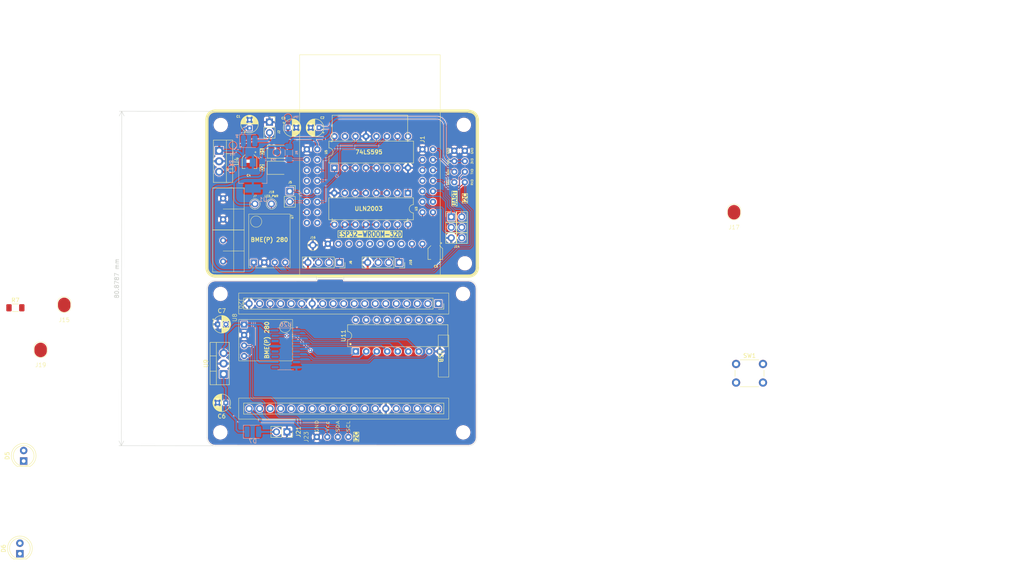
<source format=kicad_pcb>
(kicad_pcb (version 20240108) (generator "pcbnew") (generator_version "8.0")
  (layers (0 "F.Cu" signal) (31 "B.Cu" signal) (34 "B.Paste" user) (35 "F.Paste" user) (36 "B.SilkS" user "B.Silkscreen") (37 "F.SilkS" user "F.Silkscreen") (38 "B.Mask" user) (39 "F.Mask" user) (44 "Edge.Cuts" user))
  (net 0 "")
  (net 1 "GND")
  (net 2 "+3V3")
  (net 3 "+5V")
  (net 4 "/RXD")
  (net 5 "/TXD")
  (net 6 "/SDA")
  (net 7 "/OUT2")
  (net 8 "/SCL")
  (net 9 "/OUT1")
  (net 10 "/EN")
  (net 11 "/SOURCE2")
  (net 12 "/SOURCE1")
  (net 13 "/SOURCE3")
  (net 14 "/VDC")
  (net 15 "/DAC1")
  (net 16 "/DAC2")
  (net 17 "/GPIO13")
  (net 18 "/GPIO19")
  (net 19 "/GPIO17")
  (net 20 "/GPIO5")
  (net 21 "/GPIO18")
  (net 22 "/GPIO36")
  (net 23 "/ADC2_CH3")
  (net 24 "/SD_DATA1")
  (net 25 "/SD_DATA2")
  (net 26 "/SD_CLK")
  (net 27 "/SD_CMD")
  (net 28 "/SD_DATA3")
  (net 29 "/ADC2_CH0")
  (net 30 "/GPIO23")
  (net 31 "/SD_DATA0")
  (net 32 "/ADC2_CH2")
  (net 33 "/BOOT")
  (net 34 "/GPIO39")
  (net 35 "/SOURCE4")
  (net 36 "/SOURCE5")
  (net 37 "/SIPO_DATA")
  (net 38 "/SIPO_CLK")
  (net 40 "/SIPO_LATCH")
  (net 41 "/GPIO14")
  (net 43 "/I3")
  (net 44 "/I6")
  (net 45 "/I7")
  (net 46 "/I5")
  (net 47 "/OUT3")
  (net 48 "/VIN")
  (net 49 "/I1")
  (net 52 "Net-(D5-Pad1)")
  (net 53 "Net-(J15-Pin_1)")
  (net 54 "Net-(J19-Pin_1)")
  (net 55 "/GPIO_33")
  (net 67 "/RX")
  (net 72 "/TX")
  (net 87 "/SCL-2")
  (net 88 "/SDA-2")
  (net 89 "/SIPO_CLK-2")
  (net 91 "/SIPO_DATA-2")
  (net 92 "/SIPO_LATCH-2")
  (net 101 "/QB-2")
  (net 102 "/QC-2")
  (net 103 "/QE-2")
  (net 104 "/QA-2")
  (net 105 "/QD-2")
  (net 106 "/QG-2")
  (net 107 "/QH-2")
  (net 108 "/QF-2")
  (footprint "Capacitor_THT:CP_Radial_D4.0mm_P2.00mm" (layer "F.Cu") (at 107 44.2 180)
    (property "Reference" "C2")
    (property "Value" "1uF")
  )
  (footprint "LED_SMD:LED_1210_3225Metric_Pad1.42x2.65mm_HandSolder" (layer "F.Cu") (at 96.9525 53.9)
    (property "Reference" "D2")
    (property "Value" "STATUS")
  )
  (footprint "Capacitor_SMD:CP_Elec_3x5.3" (layer "F.Cu") (at 90.2 52.3 -90)
    (property "Reference" "C4")
    (property "Value" "0.1uF")
  )
  (footprint "Resistor_SMD:R_1206_3216Metric_Pad1.30x1.75mm_HandSolder" (layer "F.Cu") (at 33.612 87.7585)
    (property "Reference" "R7")
    (property "Value" "4K7")
  )
  (footprint "LED_THT:LED_D5.0mm" (layer "F.Cu") (at 34.7 147.25 90)
    (property "Reference" "D6")
    (property "Value" "LED_STATUS")
  )
  (footprint "Button_Switch_THT:SW_PUSH_6mm" (layer "F.Cu") (at 207.8 101.35)
    (property "Reference" "SW1")
    (property "Value" "SW_Push")
  )
  (footprint "Alexander Footprint Library:Pad_1x01_P2.54_SMD" (layer "F.Cu") (at 39.712 102.098)
    (property "Reference" "J19")
    (property "Value" "LED_PWR")
  )
  (footprint "Alexander Footprints Library:ESP32-WROOM-Adapter-Socket-2" (layer "F.Cu") (at 119.3 57.04)
    (property "Reference" "J1")
    (property "Value" "~")
  )
  (footprint "Alexander Footprint Library:Pad_1x01_P2.54_SMD" (layer "F.Cu") (at 45.412 91.198)
    (property "Reference" "J15")
    (property "Value" "LED_PWR")
  )
  (footprint "MountingHole:MountingHole_3mm" (layer "F.Cu") (at 142 43.5)
    (property "Reference" "H1" (hide yes))
    (property "Value" "MountingHole_Pad")
  )
  (footprint "Connector_PinSocket_2.54mm:PinSocket_1x02_P2.54mm_Vertical" (layer "F.Cu") (at 99.25 117.775 -90)
    (property "Reference" "J21")
    (property "Value" "PWR")
  )
  (footprint "MountingHole:MountingHole_3mm" (layer "F.Cu") (at 83.25 43.53)
    (property "Reference" "H2" (hide yes))
    (property "Value" "MountingHole_Pad")
  )
  (footprint "Package_DIP:DIP-16_W7.62mm" (layer "F.Cu") (at 128.475 60 -90)
    (property "Reference" "U3")
    (property "Value" "ULN2003")
  )
  (footprint "Alexander Footprints Library:Conn_Terminal_5mm" (layer "F.Cu") (at 83.82 53.69)
    (property "Reference" "J9" (hide yes))
    (property "Value" "Conn_01x02_Socket")
  )
  (footprint "Alexander Footprint Library:Pad_1x01_P2.54_SMD" (layer "F.Cu") (at 207.3 68.7895)
    (property "Reference" "J17")
    (property "Value" "GND")
  )
  (footprint "MountingHole:MountingHole_3mm" (layer "F.Cu") (at 141.85 117.9)
    (property "Reference" "H4" (hide yes))
    (property "Value" "MountingHole_Pad")
  )
  (footprint "Capacitor_THT:CP_Radial_D4.0mm_P2.00mm" (layer "F.Cu") (at 82.5 91.75)
    (property "Reference" "C7")
    (property "Value" "1uF")
  )
  (footprint "Package_DIP:DIP-16_W7.62mm" (layer "F.Cu") (at 110.725 53.9 90)
    (property "Reference" "U5")
    (property "Value" "74LS595")
  )
  (footprint "Alexander Footprint Library:PinSocket_1x01_P2.54" (layer "F.Cu") (at 91.5 65.19)
    (property "Reference" "J7")
    (property "Value" "LED_PWR")
  )
  (footprint "Connector_PinSocket_2.54mm:PinSocket_1x02_P2.54mm_Vertical" (layer "F.Cu") (at 95.025 42.85)
    (property "Reference" "J2")
    (property "Value" "PWR")
  )
  (footprint "Connector_PinSocket_2.54mm:PinSocket_1x04_P2.54mm_Vertical" (layer "F.Cu") (at 111.94 76.8 -90)
    (property "Reference" "J6")
    (property "Value" "SOURCE")
  )
  (footprint "MountingHole:MountingHole_3mm" (layer "F.Cu") (at 83.15 117.9)
    (property "Reference" "H4" (hide yes))
    (property "Value" "MountingHole_Pad")
  )
  (footprint "Connector_PinSocket_2.54mm:PinSocket_1x04_P2.54mm_Vertical" (layer "F.Cu") (at 126.38 76.8 -90)
    (property "Reference" "J10")
    (property "Value" "ADC")
  )
  (footprint "PCM_Package_DIP_AKL:DIP-18_W7.62mm" (layer "F.Cu") (at 115.87 98.32 90)
    (property "Reference" "U11")
    (property "Value" "ULN2801A" (hide yes))
  )
  (footprint "Capacitor_SMD:CP_Elec_3x5.3" (layer "F.Cu") (at 135.1 74.3 -90)
    (property "Reference" "C5")
    (property "Value" "0.1uF")
  )
  (footprint "MountingHole:MountingHole_3mm" (layer "F.Cu") (at 141.8 84.4)
    (property "Reference" "H4" (hide yes))
    (property "Value" "MountingHole_Pad")
  )
  (footprint "Capacitor_THT:CP_Radial_D4.0mm_P2.00mm" (layer "F.Cu") (at 99.5 44.2)
    (property "Reference" "C3")
    (property "Value" "1uF")
  )
  (footprint "Alexander Footprint Library:LD1117" (layer "F.Cu") (at 83.945 103.79 90)
    (property "Reference" "U9")
    (property "Value" "L7805")
  )
  (footprint "Alexander Footprint Library:PinSocket_1x01_P2.54" (layer "F.Cu") (at 95.5 65.19)
    (property "Reference" "J18")
    (property "Value" "LED_PWR")
  )
  (footprint "Alexander Footprint Library:Conn_I2C" (layer "F.Cu") (at 98.84 119 90)
    (property "Reference" "J23")
    (property "Value" "I2C")
  )
  (footprint "Capacitor_THT:CP_Radial_D4.0mm_P2.00mm" (layer "F.Cu") (at 84.4726 110.75 180)
    (property "Reference" "C6")
    (property "Value" "1uF")
  )
  (footprint "Alexander Footprint Library:Conn_ESP32_WROOM-DevKit-38pins" (layer "F.Cu") (at 87.57 86.75 -90)
    (property "Reference" "J20")
    (property "Value" "~")
  )
  (footprint "MountingHole:MountingHole_3mm" (layer "F.Cu") (at 83.2 84.4)
    (property "Reference" "H4" (hide yes))
    (property "Value" "MountingHole_Pad")
  )
  (footprint "Connector_PinSocket_2.54mm:PinSocket_1x02_P2.54mm_Vertical" (layer "F.Cu") (at 99.925 59.55)
    (property "Reference" "J5")
    (property "Value" "DAC")
  )
  (footprint "Alexander Footprint Library:CONN_2x3" (layer "F.Cu") (at 138.96 60.68)
    (property "Reference" "J14")
    (property "Value" "GPIO")
  )
  (footprint "Alexander Footprints Library:Conn_UART" (layer "F.Cu") (at 139.7 42.15)
    (property "Reference" "J3" (hide yes))
    (property "Value" "UART")
  )
  (footprint "Alexander Footprint Library:PinSocket_1x01_P2.54" (layer "F.Cu") (at 105.5 75.19)
    (property "Reference" "J16")
    (property "Value" "GND")
  )
  (footprint "Capacitor_THT:CP_Radial_D4.0mm_P2.00mm" (layer "F.Cu") (at 90.2 44.3 90)
    (property "Reference" "C1")
    (property "Value" "1uF")
  )
  (footprint "Alexander Footprint Library:BME280_BMP280_I2C" (layer "F.Cu") (at 90 78.1 90)
    (property "Reference" "U7")
    (property "Value" "BME(P)280")
  )
  (footprint "Alexander Footprint Library:LD1117" (layer "F.Cu") (at 82.855 49.77 -90)
    (property "Reference" "U4")
    (property "Value" "L7805")
  )
  (footprint "Alexander Footprints Library:Conn_I2C" (layer "F.Cu") (at 142.24 42.15)
    (property "Reference" "J4" (hide yes))
    (property "Value" "I2C")
  )
  (footprint "LED_THT:LED_D5.0mm" (layer "F.Cu") (at 35.612 124.8335 90)
    (property "Reference" "D5")
    (property "Value" "LED_PWR")
  )
  (footprint "Alexander Footprint Library:BME280_BMP280_I2C" (layer "F.Cu") (at 87.6 90.59)
    (property "Reference" "U8")
    (property "Value" "BME(P)280")
  )
  (footprint "LED_SMD:LED_1210_3225Metric_Pad1.42x2.65mm_HandSolder" (layer "F.Cu") (at 97 50)
    (property "Reference" "D1")
    (property "Value" "PWR")
  )
  (footprint "MountingHole:MountingHole_3mm" (layer "F.Cu") (at 142.25 77)
    (property "Reference" "H4" (hide yes))
    (property "Value" "MountingHole_Pad")
  )
  (footprint "Alexander Footprints Library:Conn_Terminal_5mm" (layer "F.Cu") (at 83.82 63.85)
    (property "Reference" "J8" (hide yes))
    (property "Value" "Conn_01x02_Socket")
  )
  (footprint "TestPoint:TestPoint_Pad_D1.5mm" (layer "B.Cu") (at 99.5 41.75 180)
    (property "Reference" "TP4")
    (property "Value" "5V")
  )
  (footprint "TestPoint:TestPoint_Pad_D1.5mm" (layer "B.Cu") (at 96.8 50.15 180)
    (property "Reference" "TP3")
    (property "Value" "3V3")
  )
  (footprint "Package_SO:SO-16_3.9x9.9mm_P1.27mm" (layer "B.Cu") (at 98.95 97.7 180)
    (property "Reference" "U26")
    (property "Value" "74LS595")
  )
  (footprint "Diode_SMD:D_1210_3225Metric" (layer "B.Cu") (at 91 117.75)
    (property "Reference" "D7")
    (property "Value" "D")
  )
  (footprint "Resistor_SMD:R_1206_3216Metric_Pad1.30x1.75mm_HandSolder" (layer "B.Cu") (at 99.7 50.25 -90)
    (property "Reference" "R1")
    (property "Value" "10K")
  )
  (footprint "Diode_SMD:D_1210_3225Metric" (layer "B.Cu") (at 90.1 47.4)
    (property "Reference" "D4")
    (property "Value" "D")
  )
  (footprint "TestPoint:TestPoint_Pad_D1.5mm" (layer "B.Cu") (at 86.2 48.45 180)
    (property "Reference" "TP1")
    (property "Value" "VIN")
  )
  (footprint "TestPoint:TestPoint_Pad_D1.5mm" (layer "B.Cu") (at 85.9 54.15 180)
    (property "Reference" "TP2")
    (property "Value" "GND")
  )
  (footprint "Package_TO_SOT_SMD:SOT-223-3_TabPin2" (layer "B.Cu") (at 91 55.75 -90)
    (property "Reference" "U1")
    (property "Value" "MAX1726EUK33")
  )
  (gr_line (start 145.25 42.11421) (end 145.25 78.085782) (stroke (width 0.75)) (layer "F.SilkS"))
  (gr_line (start 81.914218 40.164218) (end 143.08579 40.164218) (stroke (width 0.75)) (layer "F.SilkS"))
  (gr_arc (start 145.25 78.085782) (mid 144.66422 79.500007) (end 143.25 80.085782) (stroke (width 0.75)) (layer "F.SilkS"))
  (gr_line (start 79.914218 42.11421) (end 79.914218 78.085782) (stroke (width 0.75)) (layer "F.SilkS"))
  (gr_arc (start 81.914218 80.085782) (mid 80.499999 79.500001) (end 79.914218 78.085782) (stroke (width 0.75)) (layer "F.SilkS"))
  (gr_arc (start 143.25 40.25) (mid 144.664214 40.835786) (end 145.25 42.25) (stroke (width 0.75)) (layer "F.SilkS"))
  (gr_arc (start 79.914218 42.164218) (mid 80.499999 40.749999) (end 81.914218 40.164218) (stroke (width 0.75)) (layer "F.SilkS"))
  (gr_line (start 81.914214 80.085782) (end 143.085786 80.085782) (stroke (width 0.75)) (layer "F.SilkS"))
  (gr_line (start 82.014214 80.235786) (end 106.4 80.25) (stroke (width 0.1)) (layer "Edge.Cuts"))
  (gr_line (start 80 42.25) (end 80.014214 78.235786) (stroke (width 0.1)) (layer "Edge.Cuts"))
  (gr_arc (start 79.921321 83.157107) (mid 80.507106 81.742896) (end 81.921321 81.157107) (stroke (width 0.1)) (layer "Edge.Cuts"))
  (gr_line (start 81.921321 121.128679) (end 143.107107 121.142893) (stroke (width 0.1)) (layer "Edge.Cuts"))
  (gr_arc (start 81.921321 121.128679) (mid 80.507101 120.542899) (end 79.921321 119.128679) (stroke (width 0.1)) (layer "Edge.Cuts"))
  (gr_line (start 143.092893 81.157107) (end 113 81.15) (stroke (width 0.1)) (layer "Edge.Cuts"))
  (gr_arc (start 145.107107 119.142893) (mid 144.521321 120.557107) (end 143.107107 121.142893) (stroke (width 0.1)) (layer "Edge.Cuts"))
  (gr_line (start 106.4 81.15) (end 81.921321 81.157107) (stroke (width 0.1)) (layer "Edge.Cuts"))
  (gr_arc (start 143.185786 40.264214) (mid 144.600004 40.849996) (end 145.185786 42.264214) (stroke (width 0.1)) (layer "Edge.Cuts"))
  (gr_line (start 113 80.25) (end 143.185786 80.235786) (stroke (width 0.1)) (layer "Edge.Cuts"))
  (gr_arc (start 82.014214 80.235786) (mid 80.599996 79.650004) (end 80.014214 78.235786) (stroke (width 0.1)) (layer "Edge.Cuts"))
  (gr_line (start 145.185786 42.264214) (end 145.185786 78.235786) (stroke (width 0.1)) (layer "Edge.Cuts"))
  (gr_arc (start 80 42.25) (mid 80.585786 40.835786) (end 82 40.25) (stroke (width 0.1)) (layer "Edge.Cuts"))
  (gr_line (start 145.107107 119.142893) (end 145.092893 83.157107) (stroke (width 0.1)) (layer "Edge.Cuts"))
  (gr_line (start 79.921321 119.128679) (end 79.921321 83.157107) (stroke (width 0.1)) (layer "Edge.Cuts"))
  (gr_line (start 106.4 81.15) (end 106.4 80.25) (stroke (width 0.1)) (layer "Edge.Cuts"))
  (gr_arc (start 145.185786 78.235786) (mid 144.600004 79.650004) (end 143.185786 80.235786) (stroke (width 0.1)) (layer "Edge.Cuts"))
  (gr_arc (start 143.092893 81.157107) (mid 144.507112 81.742888) (end 145.092893 83.157107) (stroke (width 0.1)) (layer "Edge.Cuts"))
  (gr_line (start 113 81.15) (end 113 80.25) (stroke (width 0.1)) (layer "Edge.Cuts"))
  (gr_line (start 143.185786 40.264214) (end 82 40.25) (stroke (width 0.1)) (layer "Edge.Cuts"))
  (gr_text "74LS595" (at 119.057143 50.1 0) (layer "F.SilkS") (effects (font (size 1 1) (thickness 0.2) (bold yes))))
  (gr_text "ULN2003" (at 115.5 64.374 0) (layer "F.SilkS") (effects (font (size 1 1) (thickness 0.2) (bold yes)) (justify left bottom)))
  (dimension (type aligned) (layer "Edge.Cuts") (pts (xy 81.921321 121.128679) (xy 82 40.25)) (height -22.6907) (gr_text "80.8787 mm" (at 58.119973 80.666146 89.94426182) (layer "Edge.Cuts") (effects (font (size 1 1) (thickness 0.15)))) (format (prefix "") (suffix "") (units 3) (units_format 1) (precision 4)) (style (thickness 0.1) (arrow_length 1.27) (text_position_mode 0) (extension_height 0.58642) (extension_offset 0.5) keep_text_aligned))
  (segment (start 84.21 66) (end 83.82 66.39) (width 0.5) (layer "F.Cu") (net 1))
  (segment (start 101.5 48.103553) (end 101.5 49.573223) (width 0.25) (layer "F.Cu") (net 2))
  (segment (start 105.575735 47.25) (end 102.353553 47.25) (width 0.25) (layer "F.Cu") (net 2))
  (segment (start 106.6 48.274264) (end 106.6 49.42) (width 0.25) (layer "F.Cu") (net 2))
  (segment (start 138.021593 51.871593) (end 137.93 51.78) (width 0.5) (layer "F.Cu") (net 2))
  (segment (start 108.946446 44.2) (end 107 44.2) (width 0.5) (layer "F.Cu") (net 2))
  (segment (start 109.8 43.346446) (end 109.8 43.15) (width 0.5) (layer "F.Cu") (net 2))
  (segment (start 137.4 50.500466) (end 137.4 43.627817) (width 0.5) (layer "F.Cu") (net 2))
  (segment (start 101.073223 50) (end 98.4875 50) (width 0.25) (layer "F.Cu") (net 2))
  (segment (start 139.08 52.31) (end 139.7 52.31) (width 0.5) (layer "F.Cu") (net 2))
  (segment (start 110.188908 42.211091) (end 110.225 42.175) (width 0.5) (layer "F.Cu") (net 2))
  (segment (start 135.522182 41.75) (end 111.25104 41.75) (width 0.5) (layer "F.Cu") (net 2))
  (arc (start 106.3 47.55) (mid 105.967704 47.327967) (end 105.575735 47.25) (width 0.25) (layer "F.Cu") (net 2))
  (arc (start 101.5 49.573223) (mid 101.467513 49.736543) (end 101.375 49.875) (width 0.25) (layer "F.Cu") (net 2))
  (arc (start 111.25104 41.75) (mid 110.695751 41.860453) (end 110.225 42.175) (width 0.5) (layer "F.Cu") (net 2))
  (arc (start 110.188908 42.211091) (mid 109.901073 42.641866) (end 109.8 43.15) (width 0.5) (layer "F.Cu") (net 2))
  (arc (start 138.021593 51.871593) (mid 138.507194 52.196061) (end 139.08 52.31) (width 0.5) (layer "F.Cu") (net 2))
  (arc (start 102.353553 47.25) (mid 102.026912 47.314972) (end 101.75 47.5) (width 0.25) (layer "F.Cu") (net 2))
  (arc (start 109.8 43.346446) (mid 109.735027 43.673087) (end 109.55 43.95) (width 0.5) (layer "F.Cu") (net 2))
  (arc (start 106.3 47.55) (mid 106.522032 47.882295) (end 106.6 48.274264) (width 0.25) (layer "F.Cu") (net 2))
  (arc (start 109.55 43.95) (mid 109.273087 44.135027) (end 108.946446 44.2) (width 0.5) (layer "F.Cu") (net 2))
  (arc (start 136.85 42.3) (mid 137.257059 42.909207) (end 137.4 43.627817) (width 0.5) (layer "F.Cu") (net 2))
  (arc (start 101.75 47.5) (mid 101.564972 47.776912) (end 101.5 48.103553) (width 0.25) (layer "F.Cu") (net 2))
  (arc (start 101.375 49.875) (mid 101.236543 49.967513) (end 101.073223 50) (width 0.25) (layer "F.Cu") (net 2))
  (arc (start 137.4 50.500466) (mid 137.537742 51.192944) (end 137.93 51.78) (width 0.5) (layer "F.Cu") (net 2))
  (arc (start 136.85 42.3) (mid 136.240792 41.89294) (end 135.522182 41.75) (width 0.5) (layer "F.Cu") (net 2))
  (segment (start 96.075 48.7) (end 97.525 48.7) (width 0.5) (layer "B.Cu") (net 2))
  (segment (start 109.408578 44.2) (end 107 44.2) (width 0.5) (layer "B.Cu") (net 2))
  (segment (start 93.21 115.25) (end 101 115.25) (width 0.5) (layer "B.Cu") (net 2))
  (segment (start 81.3 75.997918) (end 81.3 59.75104) (width 0.5) (layer "B.Cu") (net 2))
  (segment (start 93.3 54.905025) (end 93.3 52.6) (width 0.5) (layer "B.Cu") (net 2))
  (segment (start 100 48.7) (end 100 48.03033) (width 0.5) (layer "B.Cu") (net 2))
  (segment (start 139.13 52.31) (end 139.7 52.31) (width 0.5) (layer "B.Cu") (net 2))
  (segment (start 138.156949 51.906949) (end 138.03 51.78) (width 0.5) (layer "B.Cu") (net 2))
  (segment (start 109 117.5) (end 109 119) (width 0.5) (layer "B.Cu") (net 2))
  (segment (start 106.6 48.627817) (end 106.6 49.299791) (width 0.5) (layer "B.Cu") (net 2))
  (segment (start 84.202081 78.9) (end 89.990883 78.9) (width 0.5) (layer "B.Cu") (net 2))
  (segment (start 109.75 43.858578) (end 109.75 44.141421) (width 0.5) (layer "B.Cu") (net 2))
  (segment (start 104.722182 46.75) (end 106.277817 46.75) (width 0.5) (layer "B.Cu") (net 2))
  (segment (start 139.7 52.31) (end 142.24 52.31) (width 0.5) (layer "B.Cu") (net 2))
  (segment (start 137.5 50.500466) (end 137.5 43.883883) (width 0.5) (layer "B.Cu") (net 2))
  (segment (start 88.207106 62.75) (end 91.5 62.75) (width 0.5) (layer "B.Cu") (net 2))
  (segment (start 86.5 61.042893) (end 86.5 57.5) (width 0.5) (layer "B.Cu") (net 2))
  (segment (start 101 115.25) (end 102.5 116.75) (width 0.5) (layer "B.Cu") (net 2))
  (segment (start 91.22 77.670883) (end 91.22 76.8) (width 0.5) (layer "B.Cu") (net 2))
  (segment (start 89.455634 56.1) (end 92.105025 56.1) (width 0.5) (layer "B.Cu") (net 2))
  (segment (start 96.075 48.7) (end 95.177817 48.7) (width 0.5) (layer "B.Cu") (net 2))
  (segment (start 90.11 112.15) (end 93.21 115.25) (width 0.5) (layer "B.Cu") (net 2))
  (segment (start 108.25 116.75) (end 109 117.5) (width 0.5) (layer "B.Cu") (net 2))
  (segment (start 104.722182 46.75) (end 101.28033 46.75) (width 0.5) (layer "B.Cu") (net 2))
  (segment (start 109.149999 46.149999) (end 109.201992 46.098007) (width 0.5) (layer "B.Cu") (net 2))
  (segment (start 96.8 49.425) (end 96.8 50.15) (width 0.25) (layer "B.Cu") (net 2))
  (segment (start 109.75 43.625) (end 109.75 43.858578) (width 0.5) (layer "B.Cu") (net 2))
  (segment (start 106.277817 46.75) (end 107.701471 46.75) (width 0.5) (layer "B.Cu") (net 2))
  (segment (start 110.015165 42.984834) (end 110.5 42.5) (width 0.5) (layer "B.Cu") (net 2))
  (segment (start 93.3 52.6) (end 93.3 50.577817) (width 0.5) (layer "B.Cu") (net 2))
  (segment (start 82.75104 58.3) (end 84.144365 58.3) (width 0.5) (layer "B.Cu") (net 2))
  (segment (start 106.685 49.335) (end 106.77 49.25) (width 0.5) (layer "B.Cu") (net 2))
  (segment (start 109.75 44.775) (end 109.75 44.141421) (width 0.5) (layer "B.Cu") (net 2))
  (segment (start 102.5 116.75) (end 108.25 116.75) (width 0.5) (layer "B.Cu") (net 2))
  (segment (start 112.31066 41.75) (end 135.366116 41.75) (width 0.5) (layer "B.Cu") (net 2))
  (segment (start 100 48.7) (end 97.525 48.7) (width 0.5) (layer "B.Cu") (net 2))
  (arc (start 136.875 42.375) (mid 137.337567 43.067281) (end 137.5 43.883883) (width 0.5) (layer "B.Cu") (net 2))
  (arc (start 137.5 50.500466) (mid 137.637742 51.192944) (end 138.03 51.78) (width 0.5) (layer "B.Cu") (net 2))
  (arc (start 93.3 54.905025) (mid 93.209037 55.362322) (end 92.95 55.75) (width 0.5) (layer "B.Cu") (net 2))
  (arc (start 86.8 57.2) (mid 85.581584 58.014119) (end 84.144365 58.3) (width 0.5) (layer "B.Cu") (net 2))
  (arc (start 106.6 49.299791) (mid 106.630737 49.345793) (end 106.685 49.335) (width 0.5) (layer "B.Cu") (net 2))
  (arc (start 89.455634 56.1) (mid 88.018415 56.38588) (end 86.8 57.2) (width 0.5) (layer "B.Cu") (net 2))
  (arc (start 86.5 61.042893) (mid 86.629945 61.696174) (end 87 62.25) (width 0.5) (layer "B.Cu") (net 2))
  (arc (start 82.75104 58.3) (mid 82.195751 58.410453) (end 81.725 58.725) (width 0.5) (layer "B.Cu") (net 2))
  (arc (start 92.95 55.75) (mid 92.562322 56.009037) (end 92.105025 56.1) (width 0.5) (layer "B.Cu") (net 2))
  (arc (start 95.177817 48.7) (mid 94.459207 48.84294) (end 93.85 49.25) (width 0.5) (layer "B.Cu") (net 2))
  (arc (start 96.8 49.425) (mid 96.587652 48.912347) (end 96.075 48.7) (width 0.25) (layer "B.Cu") (net 2))
  (arc (start 82.15 78.05) (mid 83.091502 78.679092) (end 84.202081 78.9) (width 0.5) (layer "B.Cu") (net 2))
  (arc (start 110.015165 42.984834) (mid 109.818914 43.278544) (end 109.75 43.625) (width 0.5) (layer "B.Cu") (net 2))
  (arc (start 109.75 44.141421) (mid 109.713838 44.087301) (end 109.65 44.1) (width 0.5) (layer "B.Cu") (net 2))
  (arc (start 136.875 42.375) (mid 136.182718 41.912432) (end 135.366116 41.75) (width 0.5) (layer "B.Cu") (net 2))
  (arc (start 93.85 49.25) (mid 93.44294 49.859207) (end 93.3 50.577817) (width 0.5) (layer "B.Cu") (net 2))
  (arc (start 90.86 78.54) (mid 90.461245 78.806439) (end 89.990883 78.9) (width 0.5) (layer "B.Cu") (net 2))
  (arc (start 109.65 44.1) (mid 109.539234 44.17401) (end 109.408578 44.2) (width 0.5) (layer "B.Cu") (net 2))
  (arc (start 87 62.25) (mid 87.553825 62.620054) (end 88.207106 62.75) (width 0.5) (layer "B.Cu") (net 2))
  (arc (start 81.725 58.725) (mid 81.410453 59.195751) (end 81.3 59.75104) (width 0.5) (layer "B.Cu") (net 2))
  (arc (start 106.05 47.3) (mid 105.440792 46.89294) (end 104.722182 46.75) (width 0.5) (layer "B.Cu") (net 2))
  (arc (start 138.156949 51.906949) (mid 138.603388 52.20525) (end 139.13 52.31) (width 0.5) (layer "B.Cu") (net 2))
  (arc (start 101.28033 46.75) (mid 100.790368 46.847459) (end 100.375 47.125) (width 0.5) (layer "B.Cu") (net 2))
  (arc (start 106.05 47.3) (mid 106.457059 47.909207) (end 106.6 48.627817) (width 0.5) (layer "B.Cu") (net 2))
  (arc (start 106.277817 46.75) (mid 105.980159 46.948888) (end 106.05 47.3) (width 0.5) (layer "B.Cu") (net 2))
  (arc (start 91.22 77.670883) (mid 91.126439 78.141245) (end 90.86 78.54) (width 0.5) (layer "B.Cu") (net 2))
  (arc (start 109.75 44.775) (mid 109.607577 45.491006) (end 109.201992 46.098007) (width 0.5) (layer "B.Cu") (net 2))
  (arc (start 109.65 44.1) (mid 109.72401 43.989234) (end 109.75 43.858578) (width 0.5) (layer "B.Cu") (net 2))
  (arc (start 112.31066 41.75) (mid 111.330737 41.944918) (end 110.5 42.5) (width 0.5) (layer "B.Cu") (net 2))
  (arc (start 100.375 47.125) (mid 100.097459 47.540368) (end 100 48.03033) (width 0.5) (layer "B.Cu") (net 2))
  (arc (start 109.149999 46.149999) (mid 108.485409 46.594064) (end 107.701471 46.75) (width 0.5) (layer "B.Cu") (net 2))
  (arc (start 81.3 75.997918) (mid 81.520907 77.108496) (end 82.15 78.05) (width 0.5) (layer "B.Cu") (net 2))
  (segment (start 99.5 45.693413) (end 99.5 44.2) (width 0.5) (layer "F.Cu") (net 3))
  (segment (start 110.512652 48.95) (end 109.487347 48.95) (width 0.5) (layer "F.Cu") (net 3))
  (segment (start 87.75 115.25) (end 135.25 115.25) (width 0.5) (layer "F.Cu") (net 3))
  (segment (start 98.6375 46.9625) (end 99.2125 46.3875) (width 0.5) (layer "F.Cu") (net 3))
  (segment (start 83.945 98.71) (end 86.21 98.71) (width 0.5) (layer "F.Cu") (net 3))
  (segment (start 86.75 99.25) (end 86.75 100) (width 0.5) (layer "F.Cu") (net 3))
  (segment (start 110.725 47.712347) (end 110.725 46.28) (width 0.5) (layer "F.Cu") (net 3))
  (segment (start 125.341906 48.95) (end 110.512652 48.95) (width 0.5) (layer "F.Cu") (net 3))
  (segment (start 108.3 49.803553) (end 108.3 65.537329) (width 0.5) (layer "F.Cu") (net 3))
  (segment (start 84.648959 54.85) (end 82.855 54.85) (width 0.5) (layer "F.Cu") (net 3))
  (segment (start 108.3 49.803553) (end 108.3 49.096446) (width 0.5) (layer "F.Cu") (net 3))
  (segment (start 91.306675 47.25) (end 97.943413 47.25) (width 0.5) (layer "F.Cu") (net 3))
  (segment (start 135.81 114.69) (end 135.81 112.15) (width 0.5) (layer "F.Cu") (net 3))
  (segment (start 86.1 52.15) (end 86.1 53.398959) (width 0.5) (layer "F.Cu") (net 3))
  (segment (start 86.75 114.25) (end 87.75 115.25) (width 0.5) (layer "F.Cu") (net 3))
  (segment (start 86.75 100) (end 86.75 114.25) (width 0.5) (layer "F.Cu") (net 3))
  (segment (start 107.608621 46.675) (end 99.331586 46.675) (width 0.5) (layer "F.Cu") (net 3))
  (segment (start 86.21 98.71) (end 86.75 99.25) (width 0.5) (layer "F.Cu") (net 3))
  (segment (start 108.3 49.096446) (end 108.3 47.366378) (width 0.5) (layer "F.Cu") (net 3))
  (segment (start 109.104574 67.204574) (end 108.91 67.01) (width 0.5) (layer "F.Cu") (net 3))
  (segment (start 135.25 115.25) (end 135.81 114.69) (width 0.5) (layer "F.Cu") (net 3))
  (segment (start 110.1075 67.62) (end 110.695 67.62) (width 0.5) (layer "F.Cu") (net 3))
  (segment (start 87.408147 48.991852) (end 87.625 48.775) (width 0.5) (layer "F.Cu") (net 3))
  (segment (start 125.965 48.326906) (end 125.965 46.28) (width 0.5) (layer "F.Cu") (net 3))
  (segment (start 109.487347 48.95) (end 109.153553 48.95) (width 0.5) (layer "F.Cu") (net 3))
  (arc (start 108.0975 46.8775) (mid 108.247371 47.101799) (end 108.3 47.366378) (width 0.5) (layer "F.Cu") (net 3))
  (arc (start 108.3 65.537329) (mid 108.458533 66.334332) (end 108.91 67.01) (width 0.5) (layer "F.Cu") (net 3))
  (arc (start 109.487347 48.95) (mid 109.960976 48.855789) (end 110.3625 48.5875) (width 0.5) (layer "F.Cu") (net 3))
  (arc (start 99.2125 46.3875) (mid 99.175992 46.571035) (end 99.331586 46.675) (width 0.5) (layer "F.Cu") (net 3))
  (arc (start 108.0975 46.8775) (mid 107.8732 46.727628) (end 107.608621 46.675) (width 0.5) (layer "F.Cu") (net 3))
  (arc (start 86.1 53.398959) (mid 85.989546 53.954248) (end 85.675 54.425) (width 0.5) (layer "F.Cu") (net 3))
  (arc (start 109.104574 67.204574) (mid 109.56472 67.512034) (end 110.1075 67.62) (width 0.5) (layer "F.Cu") (net 3))
  (arc (start 108.55 49.2) (mid 108.364972 49.476912) (end 108.3 49.803553) (width 0.5) (layer "F.Cu") (net 3))
  (arc (start 87.408147 48.991852) (mid 86.439976 50.440822) (end 86.1 52.15) (width 0.5) (layer "F.Cu") (net 3))
  (arc (start 85.675 54.425) (mid 85.204248 54.739546) (end 84.648959 54.85) (width 0.5) (layer "F.Cu") (net 3))
  (arc (start 110.3625 48.5875) (mid 110.316468 48.818914) (end 110.512652 48.95) (width 0.5) (layer "F.Cu") (net 3))
  (arc (start 98.6375 46.9625) (mid 98.31905 47.175281) (end 97.943413 47.25) (width 0.5) (layer "F.Cu") (net 3))
  (arc (start 110.725 47.712347) (mid 110.630789 48.185976) (end 110.3625 48.5875) (width 0.5) (layer "F.Cu") (net 3))
  (arc (start 108.3 49.096446) (mid 108.390403 49.231745) (end 108.55 49.2) (width 0.5) (layer "F.Cu") (net 3))
  (arc (start 91.306675 47.25) (mid 89.314166 47.646334) (end 87.625 48.775) (width 0.5) (layer "F.Cu") (net 3))
  (arc (start 109.153553 48.95) (mid 108.826912 49.014972) (end 108.55 49.2) (width 0.5) (layer "F.Cu") (net 3))
  (arc (start 99.331586 46.675) (mid 98.955949 46.749718) (end 98.6375 46.9625) (width 0.5) (layer "F.Cu") (net 3))
  (arc (start 125.7825 48.7675) (mid 125.580353 48.902569) (end 125.341906 48.95) (width 0.5) (layer "F.Cu") (net 3))
  (arc (start 99.5 45.693413) (mid 99.425281 46.06905) (end 99.2125 46.3875) (width 0.5) (layer "F.Cu") (net 3))
  (arc (start 125.965 48.326906) (mid 125.917569 48.565353) (end 125.7825 48.7675) (width 0.5) (layer "F.Cu") (net 3))
  (segment (start 83.945 97.305) (end 84.5 96.75) (width 0.5) (layer "B.Cu") (net 3))
  (segment (start 84.5 94.05) (end 84.5 91.75) (width 0.5) (layer "B.Cu") (net 3))
  (segment (start 88.9 91.81) (end 86.74 91.81) (width 0.5) (layer "B.Cu") (net 3))
  (segment (start 83.945 98.71) (end 83.945 97.305) (width 0.5) (layer "B.Cu") (net 3))
  (segment (start 96.375 100.875) (end 92.575 100.875) (width 0.5) (layer "B.Cu") (net 3))
  (segment (start 92.96 91.81) (end 91.25 91.81) (width 0.5) (layer "B.Cu") (net 3))
  (segment (start 86.74 91.81) (end 84.5 94.05) (width 0.5) (layer "B.Cu") (net 3))
  (segment (start 92 92.56) (end 91.25 91.81) (width 0.5) (layer "B.Cu") (net 3))
  (segment (start 94.405 93.255) (end 92.96 91.81) (width 0.5) (layer "B.Cu") (net 3))
  (segment (start 91.25 91.81) (end 88.9 91.81) (width 0.5) (layer "B.Cu") (net 3))
  (segment (start 92 100.3) (end 92 92.56) (width 0.5) (layer "B.Cu") (net 3))
  (segment (start 84.5 96.75) (end 84.5 94.05) (width 0.5) (layer "B.Cu") (net 3))
  (segment (start 92.575 100.875) (end 92 100.3) (width 0.5) (layer "B.Cu") (net 3))
  (segment (start 99.5 42.25) (end 99.5 44.2) (width 0.25) (layer "B.Cu") (net 3))
  (segment (start 96.375 93.255) (end 94.405 93.255) (width 0.5) (layer "B.Cu") (net 3))
  (segment (start 139.7 57.35) (end 139.7 57.39) (width 0.25) (layer "F.Cu") (net 4))
  (segment (start 133.25 53.25) (end 135.6 53.25) (width 0.25) (layer "F.Cu") (net 4))
  (segment (start 135.6 53.25) (end 139.7 57.35) (width 0.25) (layer "F.Cu") (net 4))
  (segment (start 132 54.5) (end 133.25 53.25) (width 0.25) (layer "F.Cu") (net 4))
  (segment (start 140.3 57.45) (end 139.3 57.45) (width 0.25) (layer "F.Cu") (net 4))
  (segment (start 136.61 51.96) (end 134.54 51.96) (width 0.25) (layer "F.Cu") (net 5))
  (segment (start 134.74 51.79) (end 134.62 51.91) (width 0.25) (layer "F.Cu") (net 5))
  (segment (start 139.5 54.85) (end 136.61 51.96) (width 0.25) (layer "F.Cu") (net 5))
  (segment (start 139.7 54.85) (end 139.5 54.85) (width 0.25) (layer "F.Cu") (net 5))
  (segment (start 138.59 58.55) (end 140.4 58.55) (width 0.25) (layer "F.Cu") (net 6))
  (segment (start 136.213604 54.5) (end 138 56.286396) (width 0.25) (layer "F.Cu") (net 6))
  (segment (start 138 57.96) (end 138.59 58.55) (width 0.25) (layer "F.Cu") (net 6))
  (segment (start 140.9 56.19) (end 142.24 54.85) (width 0.25) (layer "F.Cu") (net 6))
  (segment (start 140.9 58.05) (end 140.9 56.19) (width 0.25) (layer "F.Cu") (net 6))
  (segment (start 134.54 54.5) (end 136.213604 54.5) (width 0.25) (layer "F.Cu") (net 6))
  (segment (start 138 56.286396) (end 138 57.96) (width 0.25) (layer "F.Cu") (net 6))
  (segment (start 142.24 54.85) (end 142.24 55.51) (width 0.25) (layer "F.Cu") (net 6))
  (segment (start 140.4 58.55) (end 140.9 58.05) (width 0.25) (layer "F.Cu") (net 6))
  (segment (start 99.75 78.65) (end 134.55 78.65) (width 0.25) (layer "B.Cu") (net 6))
  (segment (start 141 61.9) (end 141 56.09) (width 0.25) (layer "B.Cu") (net 6))
  (segment (start 134.55 78.65) (end 140.418198 72.781802) (width 0.25) (layer "B.Cu") (net 6))
  (segment (start 143.55 64.45) (end 141 61.9) (width 0.25) (layer "B.Cu") (net 6))
  (segment (start 98.84 76.8) (end 98.84 77.74) (width 0.25) (layer "B.Cu") (net 6))
  (segment (start 143.281802 72.781802) (end 143.55 72.513604) (width 0.25) (layer "B.Cu") (net 6))
  (segment (start 143.55 72.513604) (end 143.55 64.45) (width 0.25) (layer "B.Cu") (net 6))
  (segment (start 140.418198 72.781802) (end 143.281802 72.781802) (width 0.25) (layer "B.Cu") (net 6))
  (segment (start 141 56.09) (end 142.24 54.85) (width 0.25) (layer "B.Cu") (net 6))
  (segment (start 98.84 77.74) (end 99.75 78.65) (width 0.25) (layer "B.Cu") (net 6))
  (segment (start 137.55 58.146396) (end 138.403604 59) (width 0.25) (layer "F.Cu") (net 8))
  (segment (start 131.5 55.75) (end 136.75 55.75) (width 0.25) (layer "F.Cu") (net 8))
  (segment (start 140.63 59) (end 142.24 57.39) (width 0.25) (layer "F.Cu") (net 8))
  (segment (start 136.75 55.75) (end 137.55 56.55) (width 0.25) (layer "F.Cu") (net 8))
  (segment (start 137.55 56.55) (end 137.55 58.146396) (width 0.25) (layer "F.Cu") (net 8))
  (segment (start 130.745 54.995) (end 131.5 55.75) (width 0.25) (layer "F.Cu") (net 8))
  (segment (start 130.745 53.245) (end 130.745 54.995) (width 0.25) (layer "F.Cu") (net 8))
  (segment (start 132.08 51.91) (end 130.745 53.245) (width 0.25) (layer "F.Cu") (net 8))
  (segment (start 138.403604 59) (end 140.63 59) (width 0.25) (layer "F.Cu") (net 8))
  (segment (start 134.8 79.1) (end 140.6 73.3) (width 0.25) (layer "B.Cu") (net 8))
  (segment (start 96.3 76.8) (end 96.3 77.7) (width 0.25) (layer "B.Cu") (net 8))
  (segment (start 144 72.7) (end 144 64.263604) (width 0.25) (layer "B.Cu") (net 8))
  (segment (start 96.3 77.7) (end 97.7 79.1) (width 0.25) (layer "B.Cu") (net 8))
  (segment (start 142.24 62.503604) (end 142.24 57.39) (width 0.25) (layer "B.Cu") (net 8))
  (segment (start 144 64.263604) (end 142.24 62.503604) (width 0.25) (layer "B.Cu") (net 8))
  (segment (start 143.4 73.3) (end 144 72.7) (width 0.25) (layer "B.Cu") (net 8))
  (segment (start 140.6 73.3) (end 143.4 73.3) (width 0.25) (layer "B.Cu") (net 8))
  (segment (start 97.7 79.1) (end 134.8 79.1) (width 0.25) (layer "B.Cu") (net 8))
  (segment (start 93.21 51.96) (end 92.05 50.8) (width 0.25) (layer "F.Cu") (net 10))
  (segment (start 104.06 51.96) (end 93.21 51.96) (width 0.25) (layer "F.Cu") (net 10))
  (segment (start 92.05 50.8) (end 90.2 50.8) (width 0.25) (layer "F.Cu") (net 10))
  (segment (start 103.72 52.3) (end 104.06 51.96) (width 0.25) (layer "F.Cu") (net 10))
  (segment (start 100 51.8) (end 103.9 51.8) (width 0.25) (layer "B.Cu") (net 10))
  (segment (start 103.9 51.8) (end 104.06 51.96) (width 0.25) (layer "B.Cu") (net 10))
  (segment (start 113.235 67.62) (end 115.775 67.62) (width 0.5) (layer "F.Cu") (net 11))
  (segment (start 99 73.1) (end 102.7 69.4) (width 0.5) (layer "F.Cu") (net 11))
  (segment (start 86.37 71.47) (end 88 73.1) (width 0.5) (layer "F.Cu") (net 11))
  (segment (start 102.7 69.4) (end 111.455 69.4) (width 0.5) (layer "F.Cu") (net 11))
  (segment (start 88 73.1) (end 99 73.1) (width 0.5) (layer "F.Cu") (net 11))
  (segment (start 83.82 71.47) (end 86.37 71.47) (width 0.5) (layer "F.Cu") (net 11))
  (segment (start 111.455 69.4) (end 113.235 67.62) (width 0.5) (layer "F.Cu") (net 11))
  (segment (start 86.275 76.55) (end 88.075 74.75) (width 0.5) (layer "F.Cu") (net 12))
  (segment (start 104.4 70.1) (end 115.835 70.1) (width 0.5) (layer "F.Cu") (net 12))
  (segment (start 99.75 74.75) (end 104.4 70.1) (width 0.5) (layer "F.Cu") (net 12))
  (segment (start 118.315 67.62) (end 120.855 67.62) (width 0.5) (layer "F.Cu") (net 12))
  (segment (start 83.82 76.55) (end 86.275 76.55) (width 0.5) (layer "F.Cu") (net 12))
  (segment (start 115.835 70.1) (end 118.315 67.62) (width 0.5) (layer "F.Cu") (net 12))
  (segment (start 88.075 74.75) (end 99.75 74.75) (width 0.5) (layer "F.Cu") (net 12))
  (segment (start 128.475 67.62) (end 128.475 68.825) (width 0.25) (layer "F.Cu") (net 13))
  (segment (start 125.7 72.8) (end 124.55 73.95) (width 0.25) (layer "F.Cu") (net 13))
  (segment (start 111.94 75.26) (end 111.94 76.8) (width 0.25) (layer "F.Cu") (net 13))
  (segment (start 124.55 73.95) (end 118.622792 73.95) (width 0.25) (layer "F.Cu") (net 13))
  (segment (start 128.475 68.825) (end 125.7 71.6) (width 0.25) (layer "F.Cu") (net 13))
  (segment (start 125.7 71.6) (end 125.7 72.8) (width 0.25) (layer "F.Cu") (net 13))
  (segment (start 117.872792 74.7) (end 112.5 74.7) (width 0.25) (layer "F.Cu") (net 13))
  (segment (start 112.5 74.7) (end 111.94 75.26) (width 0.25) (layer "F.Cu") (net 13))
  (segment (start 118.622792 73.95) (end 117.872792 74.7) (width 0.25) (layer "F.Cu") (net 13))
  (segment (start 96.71 117.775) (end 92.425 117.775) (width 0.5) (layer "B.Cu") (net 14))
  (segment (start 92.425 117.775) (end 92.4 117.75) (width 0.5) (layer "B.Cu") (net 14))
  (segment (start 95.025 46.674479) (end 95.025 45.39) (width 0.5) (layer "B.Cu") (net 14))
  (segment (start 94.299479 47.4) (end 91.5 47.4) (width 0.5) (layer "B.Cu") (net 14))
  (arc (start 95.025 46.674479) (mid 94.969773 46.952124) (end 94.8125 47.1875) (width 0.5) (layer "B.Cu") (net 14))
  (arc (start 94.8125 47.1875) (mid 94.577124 47.344773) (end 94.299479 47.4) (width 0.5) (layer "B.Cu") (net 14))
  (segment (start 105.38 60.8) (end 103.1 60.8) (width 0.25) (layer "B.Cu") (net 15))
  (segment (start 106.6 59.58) (end 105.38 60.8) (width 0.25) (layer "B.Cu") (net 15))
  (segment (start 103.1 60.8) (end 101.85 59.55) (width 0.25) (layer "B.Cu") (net 15))
  (segment (start 101.85 59.55) (end 99.925 59.55) (width 0.25) (layer "B.Cu") (net 15))
  (segment (start 104.06 62.12) (end 99.955 62.12) (width 0.25) (layer "B.Cu") (net 16))
  (segment (start 104.03 62.09) (end 104.06 62.12) (width 0.25) (layer "B.Cu") (net 16))
  (segment (start 99.955 62.12) (end 99.925 62.09) (width 0.25) (layer "B.Cu") (net 16))
  (segment (start 138.5 63.1) (end 138.5 61.727208) (width 0.25) (layer "B.Cu") (net 18))
  (segment (start 137.5 60.727208) (end 137.5 57.8) (width 0.25) (layer "B.Cu") (net 18))
  (segment (start 138.5 61.727208) (end 137.5 60.727208) (width 0.25) (layer "B.Cu") (net 18))
  (segment (start 140.2 67) (end 140.2 64.8) (width 0.25) (layer "B.Cu") (net 18))
  (segment (start 141.5 68.3) (end 140.2 67) (width 0.25) (layer "B.Cu") (net 18))
  (segment (start 136.69 56.99) (end 134.62 56.99) (width 0.25) (layer "B.Cu") (net 18))
  (segment (start 140.2 64.8) (end 138.5 63.1) (width 0.25) (layer "B.Cu") (net 18))
  (segment (start 137.5 57.8) (end 136.69 56.99) (width 0.25) (layer "B.Cu") (net 18))
  (segment (start 141.5 70.84) (end 140.16 69.5) (width 0.25) (layer "B.Cu") (net 19))
  (segment (start 137.7 69.5) (end 137.1 68.9) (width 0.25) (layer "B.Cu") (net 19))
  (segment (start 140.16 69.5) (end 137.7 69.5) (width 0.25) (layer "B.Cu") (net 19))
  (segment (start 137.1 68.9) (end 137.1 63.84) (width 0.25) (layer "B.Cu") (net 19))
  (segment (start 133.41 63.4) (end 132.08 62.07) (width 0.25) (layer "B.Cu") (net 19))
  (segment (start 137.1 63.84) (end 136.66 63.4) (width 0.25) (layer "B.Cu") (net 19))
  (segment (start 136.66 63.4) (end 133.41 63.4) (width 0.25) (layer "B.Cu") (net 19))
  (segment (start 138.05 61.913604) (end 137.05 60.913604) (width 0.25) (layer "B.Cu") (net 20))
  (segment (start 137.05 60.913604) (end 137.05 59.95) (width 0.25) (layer "B.Cu") (net 20))
  (segment (start 136.63 59.53) (end 134.62 59.53) (width 0.25) (layer "B.Cu") (net 20))
  (segment (start 138.96 65.76) (end 138.96 64.196396) (width 0.25) (layer "B.Cu") (net 20))
  (segment (start 138.96 64.196396) (end 138.05 63.286396) (width 0.25) (layer "B.Cu") (net 20))
  (segment (start 138.05 63.286396) (end 138.05 61.913604) (width 0.25) (layer "B.Cu") (net 20))
  (segment (start 137.05 59.95) (end 136.63 59.53) (width 0.25) (layer "B.Cu") (net 20))
  (segment (start 138.96 68.3) (end 137.6 66.94) (width 0.25) (layer "B.Cu") (net 21))
  (segment (start 136.3 60.8) (end 133.35 60.8) (width 0.25) (layer "B.Cu") (net 21))
  (segment (start 137.6 66.94) (end 137.6 62.1) (width 0.25) (layer "B.Cu") (net 21))
  (segment (start 137.6 62.1) (end 136.3 60.8) (width 0.25) (layer "B.Cu") (net 21))
  (segment (start 133.35 60.8) (end 132.08 59.53) (width 0.25) (layer "B.Cu") (net 21))
  (segment (start 128.85 74.05) (end 129.46 73.44) (width 0.25) (layer "F.Cu") (net 23))
  (segment (start 125.722792 74.05) (end 128.85 74.05) (width 0.25) (layer "F.Cu") (net 23))
  (segment (start 129.46 73.44) (end 129.46 72.28) (width 0.25) (layer "F.Cu") (net 23))
  (segment (start 123.84 76.8) (end 123.84 75.56) (width 0.25) (layer "F.Cu") (net 23))
  (segment (start 123.84 75.56) (end 124.55 74.85) (width 0.25) (layer "F.Cu") (net 23))
  (segment (start 124.922792 74.85) (end 125.722792 74.05) (width 0.25) (layer "F.Cu") (net 23))
  (segment (start 124.55 74.85) (end 124.922792 74.85) (width 0.25) (layer "F.Cu") (net 23))
  (segment (start 121.3 75.2) (end 122.1 74.4) (width 0.25) (layer "F.Cu") (net 29))
  (segment (start 124.736396 74.4) (end 125.536396 73.6) (width 0.25) (layer "F.Cu") (net 29))
  (segment (start 125.536396 73.6) (end 127.5 73.6) (width 0.25) (layer "F.Cu") (net 29))
  (segment (start 132 67.2) (end 132 64.66) (width 0.25) (layer "F.Cu") (net 29))
  (segment (start 127.5 73.6) (end 128.2 72.9) (width 0.25) (layer "F.Cu") (net 29))
  (segment (start 128.2 71) (end 132 67.2) (width 0.25) (layer "F.Cu") (net 29))
  (segment (start 122.1 74.4) (end 124.736396 74.4) (width 0.25) (layer "F.Cu") (net 29))
  (segment (start 128.2 72.9) (end 128.2 71) (width 0.25) (layer "F.Cu") (net 29))
  (segment (start 121.3 76.8) (end 121.3 75.2) (width 0.25) (layer "F.Cu") (net 29))
  (segment (start 138.95 61.540812) (end 137.95 60.540812) (width 0.25) (layer "B.Cu") (net 30))
  (segment (start 136.4 51.7) (end 136.4 49.9) (width 0.25) (layer "B.Cu") (net 30))
  (segment (start 135.92 49.42) (end 134.54 49.42) (width 0.25) (layer "B.Cu") (net 30))
  (segment (start 138.95 62.913604) (end 138.95 61.540812) (width 0.25) (layer "B.Cu") (net 30))
  (segment (start 135.1 49.85) (end 134.62 49.37) (width 0.25) (layer "B.Cu") (net 30))
  (segment (start 137.95 60.540812) (end 137.95 53.25) (width 0.25) (layer "B.Cu") (net 30))
  (segment (start 141.1 63.9) (end 139.936396 63.9) (width 0.25) (layer "B.Cu") (net 30))
  (segment (start 141.5 64.3) (end 141.1 63.9) (width 0.25) (layer "B.Cu") (net 30))
  (segment (start 141.5 65.76) (end 141.5 64.3) (width 0.25) (layer "B.Cu") (net 30))
  (segment (start 137.95 53.25) (end 136.4 51.7) (width 0.25) (layer "B.Cu") (net 30))
  (segment (start 139.936396 63.9) (end 138.95 62.913604) (width 0.25) (layer "B.Cu") (net 30))
  (segment (start 136.4 49.9) (end 135.92 49.42) (width 0.25) (layer "B.Cu") (net 30))
  (segment (start 126.38 75.12) (end 127 74.5) (width 0.25) (layer "F.Cu") (net 32))
  (segment (start 132 73.9) (end 132 72.28) (width 0.25) (layer "F.Cu") (net 32))
  (segment (start 127 74.5) (end 131.4 74.5) (width 0.25) (layer "F.Cu") (net 32))
  (segment (start 131.4 74.5) (end 132 73.9) (width 0.25) (layer "F.Cu") (net 32))
  (segment (start 126.38 76.8) (end 126.38 75.12) (width 0.25) (layer "F.Cu") (net 32))
  (segment (start 134.77 64.89) (end 134.54 64.66) (width 0.25) (layer "F.Cu") (net 33))
  (segment (start 134.54 65.84) (end 135.1 66.4) (width 0.25) (layer "F.Cu") (net 33))
  (segment (start 135.1 66.4) (end 135.1 72.8) (width 0.25) (layer "F.Cu") (net 33))
  (segment (start 134.5 64.7) (end 134.54 64.66) (width 0.25) (layer "F.Cu") (net 33))
  (segment (start 134.54 64.66) (end 134.54 65.84) (width 0.25) (layer "F.Cu") (net 33))
  (segment (start 125.935 67.62) (end 125.935 68.865) (width 0.25) (layer "F.Cu") (net 35))
  (segment (start 117.686396 74.25) (end 110.25 74.25) (width 0.25) (layer "F.Cu") (net 35))
  (segment (start 118.436396 73.5) (end 117.686396 74.25) (width 0.25) (layer "F.Cu") (net 35))
  (segment (start 109.4 75.1) (end 109.4 76.8) (width 0.25) (layer "F.Cu") (net 35))
  (segment (start 125.935 68.865) (end 123.2 71.6) (width 0.25) (layer "F.Cu") (net 35))
  (segment (start 123.2 72.7) (end 122.4 73.5) (width 0.25) (layer "F.Cu") (net 35))
  (segment (start 123.2 71.6) (end 123.2 72.7) (width 0.25) (layer "F.Cu") (net 35))
  (segment (start 122.4 73.5) (end 118.436396 73.5) (width 0.25) (layer "F.Cu") (net 35))
  (segment (start 110.25 74.25) (end 109.4 75.1) (width 0.25) (layer "F.Cu") (net 35))
  (segment (start 123.395 69.405) (end 121.9 70.9) (width 0.25) (layer "F.Cu") (net 36))
  (segment (start 118.1 73.2) (end 117.5 73.8) (width 0.25) (layer "F.Cu") (net 36))
  (segment (start 106.86 74.84) (end 106.86 76.8) (width 0.25) (layer "F.Cu") (net 36))
  (segment (start 121.9 70.9) (end 118.7 70.9) (width 0.25) (layer "F.Cu") (net 36))
  (segment (start 118.1 71.5) (end 118.1 73.2) (width 0.25) (layer "F.Cu") (net 36))
  (segment (start 123.395 67.62) (end 123.395 69.405) (width 0.25) (layer "F.Cu") (net 36))
  (segment (start 107.9 73.8) (end 106.86 74.84) (width 0.25) (layer "F.Cu") (net 36))
  (segment (start 118.7 70.9) (end 118.1 71.5) (width 0.25) (layer "F.Cu") (net 36))
  (segment (start 117.5 73.8) (end 107.9 73.8) (width 0.25) (layer "F.Cu") (net 36))
  (segment (start 108.2 52.25) (end 112.25 48.2) (width 0.25) (layer "B.Cu") (net 37))
  (segment (start 108.2 54.25) (end 108.2 52.25) (width 0.25) (layer "B.Cu") (net 37))
  (segment (start 115.1 48.2) (end 115.805 47.495) (width 0.25) (layer "B.Cu") (net 37))
  (segment (start 106.6 54.5) (end 107.95 54.5) (width 0.25) (layer "B.Cu") (net 37))
  (segment (start 112.25 48.2) (end 115.1 48.2) (width 0.25) (layer "B.Cu") (net 37))
  (segment (start 115.805 47.495) (end 115.805 46.28) (width 0.25) (layer "B.Cu") (net 37))
  (segment (start 107.95 54.5) (end 108.2 54.25) (width 0.25) (layer "B.Cu") (net 37))
  (segment (start 108.23 62.12) (end 108.5 61.85) (width 0.25) (layer "B.Cu") (net 38))
  (segment (start 108.5 61.85) (end 108.5 58.75) (width 0.25) (layer "B.Cu") (net 38))
  (segment (start 112 55.25) (end 112 49.75) (width 0.25) (layer "B.Cu") (net 38))
  (segment (start 121.005 48.7) (end 123.425 46.28) (width 0.25) (layer "B.Cu") (net 38))
  (segment (start 108.5 58.75) (end 112 55.25) (width 0.25) (layer "B.Cu") (net 38))
  (segment (start 115.886396 48.7) (end 121.005 48.7) (width 0.25) (layer "B.Cu") (net 38))
  (segment (start 115.386396 49.2) (end 115.886396 48.7) (width 0.25) (layer "B.Cu") (net 38))
  (segment (start 106.6 62.12) (end 108.23 62.12) (width 0.25) (layer "B.Cu") (net 38))
  (segment (start 112 49.75) (end 112.55 49.2) (width 0.25) (layer "B.Cu") (net 38))
  (segment (start 112.55 49.2) (end 115.386396 49.2) (width 0.25) (layer "B.Cu") (net 38))
  (segment (start 115.7 48.25) (end 120.5 48.25) (width 0.25) (layer "B.Cu") (net 40))
  (segment (start 120.5 48.25) (end 120.885 47.865) (width 0.25) (layer "B.Cu") (net 40))
  (segment (start 108.7 52.413604) (end 112.363604 48.75) (width 0.25) (layer "B.Cu") (net 40))
  (segment (start 120.885 47.865) (end 120.885 46.28) (width 0.25) (layer "B.Cu") (net 40))
  (segment (start 112.363604 48.75) (end 115.2 48.75) (width 0.25) (layer "B.Cu") (net 40))
  (segment (start 108.7 56.45) (end 108.7 52.413604) (width 0.25) (layer "B.Cu") (net 40))
  (segment (start 115.2 48.75) (end 115.7 48.25) (width 0.25) (layer "B.Cu") (net 40))
  (segment (start 108.11 57.04) (end 108.7 56.45) (width 0.25) (layer "B.Cu") (net 40))
  (segment (start 106.6 57.04) (end 108.11 57.04) (width 0.25) (layer "B.Cu") (net 40))
  (segment (start 104.06 64.66) (end 103.2 64.66) (width 0.25) (layer "F.Cu") (net 41))
  (segment (start 102.4 54.35) (end 102.4 63.95) (width 0.25) (layer "F.Cu") (net 41))
  (segment (start 103.11 64.66) (end 102.4 63.95) (width 0.25) (layer "F.Cu") (net 41))
  (segment (start 98.44 53.9) (end 101.95 53.9) (width 0.25) (layer "F.Cu") (net 41))
  (segment (start 95.5 62.75) (end 95.5 64.15) (width 0.25) (layer "F.Cu") (net 41))
  (segment (start 101.95 53.9) (end 102.4 54.35) (width 0.25) (layer "F.Cu") (net 41))
  (segment (start 103.2 64.66) (end 103.11 64.66) (width 0.25) (layer "F.Cu") (net 41))
  (segment (start 96.01 64.66) (end 103.2 64.66) (width 0.25) (layer "F.Cu") (net 41))
  (segment (start 95.5 64.15) (end 96.01 64.66) (width 0.25) (layer "F.Cu") (net 41))
  (segment (start 123.425 55.725) (end 125.935 58.235) (width 0.25) (layer "F.Cu") (net 43))
  (segment (start 123.425 53.9) (end 123.425 55.725) (width 0.25) (layer "F.Cu") (net 43))
  (segment (start 125.935 58.235) (end 125.935 60) (width 0.25) (layer "F.Cu") (net 43))
  (segment (start 128.475 58.275) (end 128.475 60) (width 0.25) (layer "F.Cu") (net 44))
  (segment (start 125.965 53.9) (end 125.965 55.765) (width 0.25) (layer "F.Cu") (net 44))
  (segment (start 125.965 55.765) (end 128.475 58.275) (width 0.25) (layer "F.Cu") (net 44))
  (segment (start 113.265 55.665) (end 115.775 58.175) (width 0.25) (layer "F.Cu") (net 45))
  (segment (start 115.775 58.175) (end 115.775 60) (width 0.25) (layer "F.Cu") (net 45))
  (segment (start 115.805 55.405) (end 118.315 57.915) (width 0.25) (layer "F.Cu") (net 45))
  (segment (start 118.315 57.915) (end 118.315 60) (width 0.25) (layer "F.Cu") (net 45))
  (segment (start 113.265 53.9) (end 113.265 55.665) (width 0.25) (layer "F.Cu") (net 45))
  (segment (start 115.805 53.9) (end 115.805 55.405) (width 0.25) (layer "F.Cu") (net 45))
  (segment (start 115.775 60) (end 118.315 60) (width 0.25) (layer "B.Cu") (net 45))
  (segment (start 113.265 53.9) (end 115.805 53.9) (width 0.25) (layer "B.Cu") (net 45))
  (segment (start 123.395 58.095) (end 123.395 60) (width 0.25) (layer "F.Cu") (net 46))
  (segment (start 120.885 53.9) (end 120.885 55.585) (width 0.25) (layer "F.Cu") (net 46))
  (segment (start 118.345 53.9) (end 118.345 55.845) (width 0.25) (layer "F.Cu") (net 46))
  (segment (start 120.885 55.585) (end 123.395 58.095) (width 0.25) (layer "F.Cu") (net 46))
  (segment (start 120.855 58.355) (end 120.855 60) (width 0.25) (layer "F.Cu") (net 46))
  (segment (start 118.345 55.845) (end 120.855 58.355) (width 0.25) (layer "F.Cu") (net 46))
  (segment (start 120.855 60) (end 123.395 60) (width 0.25) (layer "B.Cu") (net 46))
  (segment (start 118.345 53.9) (end 120.885 53.9) (width 0.25) (layer "B.Cu") (net 46))
  (segment (start 84.809637 47.25) (end 85 47.25) (width 0.5) (layer "F.Cu") (net 48))
  (segment (start 89.575 44.3) (end 90.2 44.3) (width 0.5) (layer "F.Cu") (net 48))
  (segment (start 82.855 49.0825) (end 82.855 49.77) (width 0.5) (layer "F.Cu") (net 48))
  (segment (start 88.508058 44.741941) (end 86.707106 46.542893) (width 0.5) (layer "F.Cu") (net 48))
  (segment (start 83.341135 47.908864) (end 83.4275 47.8225) (width 0.5) (layer "F.Cu") (net 48))
  (arc (start 84.809637 47.25) (mid 84.061629 47.398787) (end 83.4275 47.8225) (width 0.5) (layer "F.Cu") (net 48))
  (arc (start 86.707106 46.542893) (mid 85.923879 47.066228) (end 85 47.25) (width 0.5) (layer "F.Cu") (net 48))
  (arc (start 89.575 44.3) (mid 88.997575 44.414856) (end 88.508058 44.741941) (width 0.5) (layer "F.Cu") (net 48))
  (arc (start 83.341135 47.908864) (mid 82.981342 48.447332) (end 82.855 49.0825) (width 0.5) (layer "F.Cu") (net 48))
  (segment (start 88.7 50.546446) (end 88.7 51.253553) (width 0.5) (layer "B.Cu") (net 48))
  (segment (start 84.4726 112.4726) (end 84.4726 109.5) (width 0.5) (layer "B.Cu") (net 48))
  (segment (start 88.7 45.153553) (end 88.7 47.4) (width 0.5) (layer "B.Cu") (net 48))
  (segment (start 86.2 49.11) (end 86.2 48.45) (width 0.25) (layer "B.Cu") (net 48))
  (segment (start 88.45 50.65) (end 88.2 50.4) (width 0.5) (layer "B.Cu") (net 48))
  (segment (start 88.7 50.546446) (end 88.7 47.4) (width 0.5) (layer "B.Cu") (net 48))
  (segment (start 84.4726 107.0826) (end 83.945 106.555) (width 0.5) (layer "B.Cu") (net 48))
  (segment (start 83.945 106.555) (end 83.945 103.79) (width 0.5) (layer "B.Cu") (net 48))
  (segment (start 88.45 50.65) (end 88.054368 50.254368) (width 0.5) (layer "B.Cu") (net 48))
  (segment (start 87.5 117.75) (end 87 117.25) (width 0.5) (layer "B.Cu") (net 48))
  (segment (start 89.553553 44.3) (end 90.2 44.3) (width 0.5) (layer "B.Cu") (net 48))
  (segment (start 84.4726 109.5) (end 84.4726 107.0826) (width 0.5) (layer "B.Cu") (net 48))
  (segment (start 88.7 51.253553) (end 88.7 52.6) (width 0.5) (layer "B.Cu") (net 48))
  (segment (start 89.6 117.75) (end 87.5 117.75) (width 0.5) (layer "B.Cu") (net 48))
  (segment (start 87 117.25) (end 87 115) (width 0.5) (layer "B.Cu") (net 48))
  (segment (start 87 115) (end 84.4726 112.4726) (width 0.5) (layer "B.Cu") (net 48))
  (segment (start 86.86 49.77) (end 85.54 49.77) (width 0.5) (layer "B.Cu") (net 48))
  (segment (start 86.885 49.77) (end 86.86 49.77) (width 0.5) (layer "B.Cu") (net 48))
  (segment (start 85.54 49.77) (end 82.855 49.77) (width 0.5) (layer "B.Cu") (net 48))
  (arc (start 89.553553 44.3) (mid 89.226912 44.364972) (end 88.95 44.55) (width 0.5) (layer "B.Cu") (net 48))
  (arc (start 86.2 49.11) (mid 86.393309 49.57669) (end 86.86 49.77) (width 0.25) (layer "B.Cu") (net 48))
  (arc (start 88.7 51.253553) (mid 88.635027 50.926912) (end 88.45 50.65) (width 0.5) (layer "B.Cu") (net 48))
  (arc (start 88.45 50.65) (mid 88.45 50.65) (end 88.45 50.65) (width 0.5) (layer "B.Cu") (net 48))
  (arc (start 88.45 50.65) (mid 88.609596 50.681745) (end 88.7 50.546446) (width 0.5) (layer "B.Cu") (net 48))
  (arc (start 88.054368 50.254368) (mid 87.517857 49.895883) (end 86.885 49.77) (width 0.5) (layer "B.Cu") (net 48))
  (arc (start 88.95 44.55) (mid 88.764972 44.826912) (end 88.7 45.153553) (width 0.5) (layer "B.Cu") (net 48))
  (segment (start 110.725 53.9) (end 110.725 55.325) (width 0.25) (layer "F.Cu") (net 49))
  (segment (start 110.725 55.325) (end 113.235 57.835) (width 0.25) (layer "F.Cu") (net 49))
  (segment (start 113.235 57.835) (end 113.235 60) (width 0.25) (layer "F.Cu") (net 49))
  (segment (start 103.97 59.53) (end 104.14 59.53) (width 0.25) (layer "F.Cu") (net 55))
  (segment (start 90.9 89.05) (end 90.9 96.55) (width 0.25) (layer "F.Cu") (net 87))
  (segment (start 95.19 87.96) (end 94.6 88.55) (width 0.25) (layer "F.Cu") (net 87))
  (segment (start 91.4 88.55) (end 90.9 89.05) (width 0.25) (layer "F.Cu") (net 87))
  (segment (start 95.19 86.75) (end 95.19 87.96) (width 0.25) (layer "F.Cu") (net 87))
  (segment (start 94.6 88.55) (end 91.4 88.55) (width 0.25) (layer "F.Cu") (net 87))
  (segment (start 90.9 96.55) (end 90.56 96.89) (width 0.25) (layer "F.Cu") (net 87))
  (segment (start 90.56 96.89) (end 88.9 96.89) (width 0.25) (layer "F.Cu") (net 87))
  (segment (start 90.9 97.25) (end 90.9 109.15) (width 0.25) (layer "B.Cu") (net 87))
  (segment (start 95.4 109.55) (end 96.5 110.65) (width 0.25) (layer "B.Cu") (net 87))
  (segment (start 113.75 117.25) (end 114.08 117.58) (width 0.25) (layer "B.Cu") (net 87))
  (segment (start 88.9 96.89) (end 90.54 96.89) (width 0.25) (layer "B.Cu") (net 87))
  (segment (start 96.5 113.425) (end 97.3 114.225) (width 0.25) (layer "B.Cu") (net 87))
  (segment (start 97.3 114.225) (end 101.475 114.225) (width 0.25) (layer "B.Cu") (net 87))
  (segment (start 109.225 115.725) (end 109.75 116.25) (width 0.25) (layer "B.Cu") (net 87))
  (segment (start 101.475 114.225) (end 102.975 115.725) (width 0.25) (layer "B.Cu") (net 87))
  (segment (start 109.75 116.25) (end 110.886396 116.25) (width 0.25) (layer "B.Cu") (net 87))
  (segment (start 102.975 115.725) (end 109.225 115.725) (width 0.25) (layer "B.Cu") (net 87))
  (segment (start 96.5 110.65) (end 96.5 113.425) (width 0.25) (layer "B.Cu") (net 87))
  (segment (start 111.886396 117.25) (end 113.75 117.25) (width 0.25) (layer "B.Cu") (net 87))
  (segment (start 90.9 109.15) (end 91.3 109.55) (width 0.25) (layer "B.Cu") (net 87))
  (segment (start 90.54 96.89) (end 90.9 97.25) (width 0.25) (layer "B.Cu") (net 87))
  (segment (start 110.886396 116.25) (end 111.886396 117.25) (width 0.25) (layer "B.Cu") (net 87))
  (segment (start 91.3 109.55) (end 95.4 109.55) (width 0.25) (layer "B.Cu") (net 87))
  (segment (start 114.08 117.58) (end 114.08 119) (width 0.25) (layer "B.Cu") (net 87))
  (segment (start 102.35 89) (end 91.586396 89) (width 0.25) (layer "F.Cu") (net 88))
  (segment (start 90.6 98.85) (end 90.02 99.43) (width 0.25) (layer "F.Cu") (net 88))
  (segment (start 91.35 89.236396) (end 91.35 96.736396) (width 0.25) (layer "F.Cu") (net 88))
  (segment (start 102.81 86.75) (end 102.81 88.54) (width 0.25) (layer "F.Cu") (net 88))
  (segment (start 102.81 88.54) (end 102.35 89) (width 0.25) (layer "F.Cu") (net 88))
  (segment (start 90.6 97.486396) (end 90.6 98.85) (width 0.25) (layer "F.Cu") (net 88))
  (segment (start 91.35 96.736396) (end 90.6 97.486396) (width 0.25) (layer "F.Cu") (net 88))
  (segment (start 90.02 99.43) (end 88.9 99.43) (width 0.25) (layer "F.Cu") (net 88))
  (segment (start 91.586396 89) (end 91.35 89.236396) (width 0.25) (layer "F.Cu") (net 88))
  (segment (start 109.25 116.75) (end 110.75 116.75) (width 0.25) (layer "B.Cu") (net 88))
  (segment (start 90.42 99.87) (end 90.42 109.37) (width 0.25) (layer "B.Cu") (net 88))
  (segment (start 90.42 109.37) (end 91.1 110.05) (width 0.25) (layer "B.Cu") (net 88))
  (segment (start 110.75 116.75) (end 111.54 117.54) (width 0.25) (layer "B.Cu") (net 88))
  (segment (start 93.2 110.05) (end 93.9 110.75) (width 0.25) (layer "B.Cu") (net 88))
  (segment (start 108.675 116.175) (end 109.25 116.75) (width 0.25) (layer "B.Cu") (net 88))
  (segment (start 91.1 110.05) (end 93.2 110.05) (width 0.25) (layer "B.Cu") (net 88))
  (segment (start 102.75 116.175) (end 108.675 116.175) (width 0.25) (layer "B.Cu") (net 88))
  (segment (start 111.54 117.54) (end 111.54 119) (width 0.25) (layer "B.Cu") (net 88))
  (segment (start 94.925 114.675) (end 101.25 114.675) (width 0.25) (layer "B.Cu") (net 88))
  (segment (start 101.25 114.675) (end 102.75 116.175) (width 0.25) (layer "B.Cu") (net 88))
  (segment (start 89.98 99.43) (end 90.42 99.87) (width 0.25) (layer "B.Cu") (net 88))
  (segment (start 88.9 99.43) (end 89.98 99.43) (width 0.25) (layer "B.Cu") (net 88))
  (segment (start 93.9 110.75) (end 93.9 113.65) (width 0.25) (layer "B.Cu") (net 88))
  (segment (start 93.9 113.65) (end 94.925 114.675) (width 0.25) (layer "B.Cu") (net 88))
  (segment (start 132.3 99.7) (end 133.65 98.35) (width 0.25) (layer "B.Cu") (net 101))
  (segment (start 120.236396 99.7) (end 132.3 99.7) (width 0.25) (layer "B.Cu") (net 101))
  (segment (start 119.061396 100.875) (end 120.236396 99.7) (width 0.25) (layer "B.Cu") (net 101))
  (segment (start 133.65 98.35) (end 133.65 98.32) (width 0.25) (layer "B.Cu") (net 101))
  (segment (start 101.525 100.875) (end 119.061396 100.875) (width 0.25) (layer "B.Cu") (net 101))
  (segment (start 103.505 93.255) (end 105.75 95.5) (width 0.25) (layer "B.Cu") (net 102))
  (segment (start 105.75 95.5) (end 128.29 95.5) (width 0.25) (layer "B.Cu") (net 102))
  (segment (start 128.29 95.5) (end 131.11 98.32) (width 0.25) (layer "B.Cu") (net 102))
  (segment (start 101.525 93.255) (end 103.505 93.255) (width 0.25) (layer "B.Cu") (net 102))
  (segment (start 101.525 95.795) (end 104.772208 95.795) (width 0.25) (layer "B.Cu") (net 103))
  (segment (start 105.377208 96.4) (end 124.11 96.4) (width 0.25) (layer "B.Cu") (net 103))
  (segment (start 124.11 96.4) (end 126.03 98.32) (width 0.25) (layer "B.Cu") (net 103))
  (segment (start 104.772208 95.795) (end 105.377208 96.4) (width 0.25) (layer "B.Cu") (net 103))
  (segment (start 101.4 94.55) (end 99.2 94.55) (width 0.25) (layer "F.Cu") (net 104))
  (segment (start 104.9 98.05) (end 101.4 94.55) (width 0.25) (layer "F.Cu") (net 104))
  (via (at 104.9 98.05) (size 0.8) (drill 0.4) (layers "F.Cu" "B.Cu") (net 104))
  (via (at 99.2 94.55) (size 0.8) (drill 0.4) (layers "F.Cu" "B.Cu") (net 104))
  (segment (start 106.375 99.525) (end 114.665 99.525) (width 0.25) (layer "B.Cu") (net 104))
  (segment (start 99.175 94.525) (end 99.2 94.55) (width 0.25) (layer "B.Cu") (net 104))
  (segment (start 114.665 99.525) (end 115.87 98.32) (width 0.25) (layer "B.Cu") (net 104))
  (segment (start 104.9 98.05) (end 106.375 99.525) (width 0.25) (layer "B.Cu") (net 104))
  (segment (start 96.375 94.525) (end 99.175 94.525) (width 0.25) (layer "B.Cu") (net 104))
  (segment (start 105.563604 95.95) (end 126.2 95.95) (width 0.25) (layer "B.Cu") (net 105))
  (segment (start 126.2 95.95) (end 128.57 98.32) (width 0.25) (layer "B.Cu") (net 105))
  (segment (start 104.138604 94.525) (end 105.563604 95.95) (width 0.25) (layer "B.Cu") (net 105))
  (segment (start 101.525 94.525) (end 104.138604 94.525) (width 0.25) (layer "B.Cu") (net 105))
  (segment (start 105.488604 100.425) (end 118.875 100.425) (width 0.25) (layer "B.Cu") (net 106))
  (segment (start 101.525 99.41) (end 101.824999 99.709999) (width 0.25) (layer "B.Cu") (net 106))
  (segment (start 118.875 100.425) (end 120.95 98.35) (width 0.25) (layer "B.Cu") (net 106))
  (segment (start 101.525 99.605) (end 104.668604 99.605) (width 0.25) (layer "B.Cu") (net 106))
  (segment (start 104.668604 99.605) (end 105.488604 100.425) (width 0.25) (layer "B.Cu") (net 106))
  (segment (start 120.95 98.35) (end 120.95 98.32) (width 0.25) (layer "B.Cu") (net 106))
  (segment (start 118.41 98.34) (end 118.41 98.32) (width 0.25) (layer "B.Cu") (net 107))
  (segment (start 105.675 99.975) (end 116.775 99.975) (width 0.25) (layer "B.Cu") (net 107))
  (segment (start 101.525 98.335) (end 104.035 98.335) (width 0.25) (layer "B.Cu") (net 107))
  (segment (start 104.035 98.335) (end 105.675 99.975) (width 0.25) (layer "B.Cu") (net 107))
  (segment (start 116.775 99.975) (end 118.41 98.34) (width 0.25) (layer "B.Cu") (net 107))
  (segment (start 104.35 96.85) (end 122.02 96.85) (width 0.25) (layer "B.Cu") (net 108))
  (segment (start 104.135 97.065) (end 104.35 96.85) (width 0.25) (layer "B.Cu") (net 108))
  (segment (start 101.525 97.065) (end 104.135 97.065) (width 0.25) (layer "B.Cu") (net 108))
  (segment (start 122.02 96.85) (end 123.49 98.32) (width 0.25) (layer "B.Cu") (net 108))
  (zone (net 1) (net_name "GND") (layer "F.Cu") (priority 1) (connect_pads (clearance 0)) (min_thickness 0.25) (fill yes (thermal_gap 0.5) (thermal_bridge_width 0.5))
    (polygon (pts (xy 80 40.25) (xy 80.3 80.35) (xy 145.55 80.35) (xy 145.25 40.25)))
  )
  (zone (net 1) (net_name "GND") (layer "F.Cu") (priority 2) (connect_pads (clearance 0)) (min_thickness 0.25) (fill yes (thermal_gap 0.5) (thermal_bridge_width 0.5))
    (polygon (pts (xy 79.8 121.45) (xy 145.7 121.45) (xy 145.2 80.95) (xy 79.5 80.95)))
  )
  (zone (net 1) (net_name "GND") (layer "B.Cu") (connect_pads (clearance 0)) (min_thickness 0.25) (fill yes (thermal_gap 0.5) (thermal_bridge_width 0.5))
    (polygon (pts (xy 80 40.25) (xy 145.2 40.25) (xy 145.4 80.45) (xy 80.2 80.45)))
  )
  (zone (net 1) (net_name "GND") (layer "B.Cu") (priority 3) (connect_pads (clearance 0)) (min_thickness 0.25) (fill yes (thermal_gap 0.5) (thermal_bridge_width 0.5))
    (polygon (pts (xy 145.6 121.45) (xy 145.2 80.95) (xy 79.5 80.95) (xy 79.7 121.45)))
  )
)
</source>
